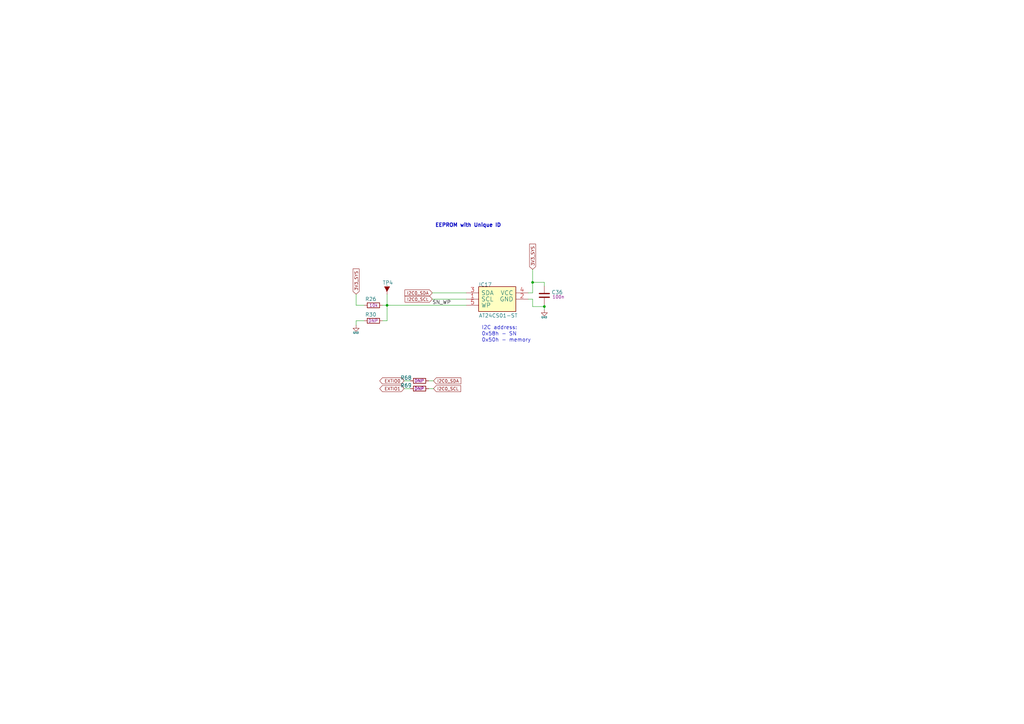
<source format=kicad_sch>
(kicad_sch (version 20211123) (generator eeschema)
  (paper "A3")
  (title_block (title "Capable Jetson Carrier") (date "2022-04-06") (rev "v1.0") (company "Capable Robot Components, Inc.") (comment 1 "www.capablerobot.com"))
  (lib_symbols
    (symbol "jetson-nano-baseboard:AT24CS01" (pin_names (offset 1.016))
      (property "Reference" "IC" (at 0 15.24 0))
      (property "Value" "AT24CS01" (at 0 2.54 0))
      (symbol "AT24CS01_0_1"
        (rectangle (start 0 5.08) (end 15.24 15.24) (stroke (width 0.254)) (fill (type background)))
        (pin passive line (at -5.08 10.16 0) (length 5.08) (name "SCL") (number "1"))
        (pin passive line (at 20.32 10.16 180) (length 5.08) (name "GND") (number "2"))
        (pin passive line (at -5.08 12.7 0) (length 5.08) (name "SDA") (number "3"))
        (pin passive line (at 20.32 12.7 180) (length 5.08) (name "VCC") (number "4"))
        (pin passive line (at -5.08 7.62 0) (length 5.08) (name "WP") (number "5"))
      )
    )
    (symbol "jetson-nano-baseboard:C_100n_0402" (pin_names (offset 0))
      (property "Reference" "C" (at -1.397 3.429 0))
      (property "Val" "100n" (at 0 -2.54 0))
      (symbol "C_100n_0402_1_1"
        (polyline (pts (xy -2.032 -0.762) (xy 2.032 -0.762)) (stroke (width 0.508)))
        (polyline (pts (xy -2.032 0.762) (xy 2.032 0.762)) (stroke (width 0.508)))
        (pin passive line (at 0 3.81 270) (length 2.794) (name "~") (number "1"))
        (pin passive line (at 0 -3.81 90) (length 2.794) (name "~") (number "2"))
      )
    )
    (symbol "jetson-nano-baseboard:GND" (power) (pin_names (offset 0))
      (property "Value" "GND" (at 0 -3.81 0))
      (symbol "GND_0_1"
        (polyline (pts (xy 0 0) (xy 0 -1.27) (xy 1.27 -1.27) (xy 0 -2.54) (xy -1.27 -1.27) (xy 0 -1.27)))
      )
      (symbol "GND_1_1"
        (pin power_in line (at 0 0 270) (length 0) hide (name "GND") (number "1"))
      )
    )
    (symbol "jetson-nano-baseboard:R_2k_0402" (pin_names (offset 0))
      (property "Reference" "R" (at -1.397 3.429 0))
      (property "Val" "2k" (at 0 -2.54 0))
      (symbol "R_2k_0402_1_1"
        (rectangle (start 2.54 -1.016) (end -2.54 1.016) (stroke (width 0.254)))
        (pin passive line (at -3.81 0 0) (length 1.27) (name "~") (number "1"))
        (pin passive line (at 3.81 0 180) (length 1.27) (name "~") (number "2"))
      )
    )
    (symbol "jetson-nano-baseboard:Testpad" (pin_names (offset 1.016))
      (property "Reference" "TP" (at -7.62 -1.27 0))
      (symbol "Testpad_0_1"
        (polyline (pts (xy 0 0) (xy 1.016 1.778) (xy -1.016 1.778) (xy 0 0) (xy 0 0)) (stroke (width 0.254)) (fill (type outline)))
        (pin passive line (at 0 -1.27 90) (length 2.54) (name "P") (number "1"))
      )
    )
  )
  (junction (at 158.75 125.222))
  (junction (at 223.266 125.73))
  (junction (at 218.44 115.824))
  (wire (pts (xy 175.895 156.21) (xy 177.8 156.21)))
  (wire (pts (xy 216.662 122.682) (xy 218.44 122.682)))
  (wire (pts (xy 218.44 110.49) (xy 218.44 115.824)))
  (wire (pts (xy 146.05 125.222) (xy 146.05 120.65)))
  (wire (pts (xy 156.972 131.572) (xy 158.75 131.572)))
  (wire (pts (xy 223.266 117.348) (xy 223.266 115.824)))
  (wire (pts (xy 156.972 125.222) (xy 158.75 125.222)))
  (wire (pts (xy 177.292 122.682) (xy 191.262 122.682)))
  (wire (pts (xy 175.895 159.385) (xy 177.8 159.385)))
  (polyline (pts (xy 807.5422 828.4972) (xy 810.4886 828.4972)))
  (wire (pts (xy 158.75 125.222) (xy 191.262 125.222)))
  (wire (pts (xy 149.352 131.572) (xy 146.05 131.572)))
  (wire (pts (xy 177.292 120.142) (xy 191.262 120.142)))
  (wire (pts (xy 165.735 159.385) (xy 168.275 159.385)))
  (wire (pts (xy 218.44 115.824) (xy 218.44 120.142)))
  (wire (pts (xy 158.75 131.572) (xy 158.75 125.222)))
  (wire (pts (xy 218.44 122.682) (xy 218.44 125.73)))
  (wire (pts (xy 216.662 120.142) (xy 218.44 120.142)))
  (wire (pts (xy 223.266 115.824) (xy 218.44 115.824)))
  (wire (pts (xy 165.735 156.21) (xy 168.275 156.21)))
  (wire (pts (xy 218.44 125.73) (xy 223.266 125.73)))
  (wire (pts (xy 158.75 120.65) (xy 158.75 125.222)))
  (wire (pts (xy 149.352 125.222) (xy 146.05 125.222)))
  (wire (pts (xy 223.266 125.73) (xy 223.266 127)))
  (wire (pts (xy 223.266 125.73) (xy 223.266 124.968)))
  (wire (pts (xy 146.05 131.572) (xy 146.05 133.35)))
  (text "0x58h - SN" (at 197.5358 137.8966 0) (effects (font (size 1.524 1.524)) (justify left bottom)))
  (text "EEPROM with Unique ID" (at 178.435 93.345 0) (effects (font (size 1.4986 1.4986) (thickness 0.2997) bold) (justify left bottom)))
  (text "0x50h - memory" (at 197.5358 140.4366 0) (effects (font (size 1.524 1.524)) (justify left bottom)))
  (text "I2C address:" (at 197.5358 135.3566 0) (effects (font (size 1.524 1.524)) (justify left bottom)))
  (text "Text" (at 67.7926 1253.8202 0) (effects (font (size 1.524 1.524)) (justify left bottom)))
  (text "Text" (at 67.7926 1253.8202 0) (effects (font (size 1.524 1.524)) (justify left bottom)))
  (label "SN_WP" (at 177.292 125.222 0) (effects (font (size 1.524 1.524))))
  (global_label "I2C0_SCL" (shape input) (at 177.8 159.385 0) (property "Intersheet References" "${INTERSHEET_REFS}" (effects hide)))
  (global_label "3V3_SYS" (shape input) (at 146.05 120.65 90) (property "Intersheet References" "${INTERSHEET_REFS}" (effects hide)))
  (global_label "EXTIO0" (shape bidirectional) (at 165.735 156.21 180) (property "Intersheet References" "${INTERSHEET_REFS}" (effects hide)))
  (global_label "EXTIO1" (shape bidirectional) (at 165.735 159.385 180) (property "Intersheet References" "${INTERSHEET_REFS}" (effects hide)))
  (global_label "I2C0_SDA" (shape input) (at 177.8 156.21 0) (property "Intersheet References" "${INTERSHEET_REFS}" (effects hide)))
  (global_label "I2C0_SDA" (shape input) (at 177.292 120.142 180) (property "Intersheet References" "${INTERSHEET_REFS}" (effects hide)))
  (global_label "3V3_SYS" (shape input) (at 218.44 110.49 90) (property "Intersheet References" "${INTERSHEET_REFS}" (effects hide)))
  (global_label "I2C0_SCL" (shape input) (at 177.292 122.682 180) (property "Intersheet References" "${INTERSHEET_REFS}" (effects hide)))
  (symbol (lib_id "jetson-nano-baseboard:AT24CS01") (at 196.342 132.842 0) (unit 1)
    (property "Reference" "IC17" (at 196.342 117.602 0) (effects (font (size 1.524 1.524)) (justify left bottom)))
    (property "Value" "AT24CS01-ST" (at 196.342 130.302 0) (effects (font (size 1.524 1.524)) (justify left bottom)))
    (property "Footprint" "jetson-nano-baseboard-footprints:SOT23-5" (effects hide))
    (property "MPN" "AT24CS01-ST" (effects hide))
    (property "Manufacturer" "Atmel" (effects hide))
  )
  (symbol (lib_id "jetson-nano-baseboard:GND") (at 223.266 127 0) (unit 1)
    (property "Reference" "#GND_028" (effects hide))
    (property "Value" "GND" (at 223.2152 130.1242 0) (effects (font (size 0.762 0.762))))
  )
  (symbol (lib_id "jetson-nano-baseboard:C_100n_0402") (at 223.266 121.158 180) (unit 1)
    (property "Reference" "C36" (at 230.886 119.888 0) (effects (font (size 1.524 1.524)) (justify left)))
    (property "Value" "C_100n_0402" (effects hide))
    (property "Footprint" "jetson-nano-baseboard-footprints:0402-cap" (effects hide))
    (property "Manufacturer" "Walsin" (effects hide))
    (property "MPN" "0402X104K6R3CT" (effects hide))
    (property "Val" "100n" (at 231.521 121.793 0) (effects (justify left)))
  )
  (symbol (lib_id "jetson-nano-baseboard:R_2k_0402") (at 153.162 131.572 0) (unit 1)
    (property "Reference" "R30" (at 154.432 129.032 0) (effects (font (size 1.524 1.524)) (justify right)))
    (property "Value" "DNP" (effects hide))
    (property "Footprint" "jetson-nano-baseboard-footprints:0402-res" (effects hide))
    (property "Val" "DNP" (at 155.067 131.572 0) (effects (justify right)))
  )
  (symbol (lib_id "jetson-nano-baseboard:GND") (at 146.05 133.35 0) (unit 1)
    (property "Reference" "#GND_07" (effects hide))
    (property "Value" "GND" (at 145.9992 136.4742 0) (effects (font (size 0.762 0.762))))
  )
  (symbol (lib_id "jetson-nano-baseboard:R_2k_0402") (at 172.085 156.21 0) (unit 1)
    (property "Reference" "R68" (at 168.91 154.94 0) (effects (font (size 1.524 1.524)) (justify right)))
    (property "Value" "DNP" (effects hide))
    (property "Footprint" "jetson-nano-baseboard-footprints:0402-res" (effects hide))
    (property "Val" "DNP" (at 173.99 156.21 0) (effects (justify right)))
  )
  (symbol (lib_id "jetson-nano-baseboard:R_2k_0402") (at 153.162 125.222 0) (unit 1)
    (property "Reference" "R26" (at 154.432 122.682 0) (effects (font (size 1.524 1.524)) (justify right)))
    (property "Value" "R_10k_0402" (effects hide))
    (property "Footprint" "jetson-nano-baseboard-footprints:0402-res" (effects hide))
    (property "Val" "10k" (at 155.067 125.222 0) (effects (justify right)))
  )
  (symbol (lib_id "jetson-nano-baseboard:R_2k_0402") (at 172.085 159.385 0) (unit 1)
    (property "Reference" "R69" (at 168.91 158.115 0) (effects (font (size 1.524 1.524)) (justify right)))
    (property "Value" "DNP" (effects hide))
    (property "Footprint" "jetson-nano-baseboard-footprints:0402-res" (effects hide))
    (property "Val" "DNP" (at 173.99 159.385 0) (effects (justify right)))
  )
  (symbol (lib_id "jetson-nano-baseboard:Testpad") (at 158.75 119.38 0) (unit 1)
    (property "Reference" "TP4" (at 156.845 115.951 0) (effects (font (size 1.524 1.524)) (justify left)))
    (property "Value" "Testpad" (effects hide))
    (property "Footprint" "jetson-nano-baseboard-footprints:TP-R-1.5" (effects hide))
    (property "Manufacturer" "N/A" (effects hide))
    (property "MPN" "N/A" (effects hide))
  )
)
</source>
